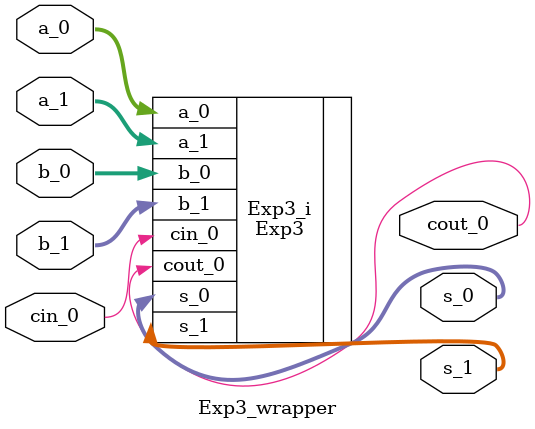
<source format=v>
`timescale 1 ps / 1 ps

module Exp3_wrapper
   (a_0,
    a_1,
    b_0,
    b_1,
    cin_0,
    s_0,
    s_1,
    cout_0);
  input [1:0]a_0;
  input [1:0]a_1;
  input [1:0]b_0;
  input [1:0]b_1;
  input cin_0;
  output cout_0;
  output [1:0]s_0;
  output [1:0]s_1;

  wire [1:0]a_0;
  wire [1:0]a_1;
  wire [1:0]b_0;
  wire [1:0]b_1;
  wire cin_0;
  wire cout_0;
  wire [1:0]s_0;
  wire [1:0]s_1;

  Exp3 Exp3_i
       (.a_0(a_0),
        .a_1(a_1),
        .b_0(b_0),
        .b_1(b_1),
        .cin_0(cin_0),
        .cout_0(cout_0),
        .s_0(s_0),
        .s_1(s_1));
endmodule

</source>
